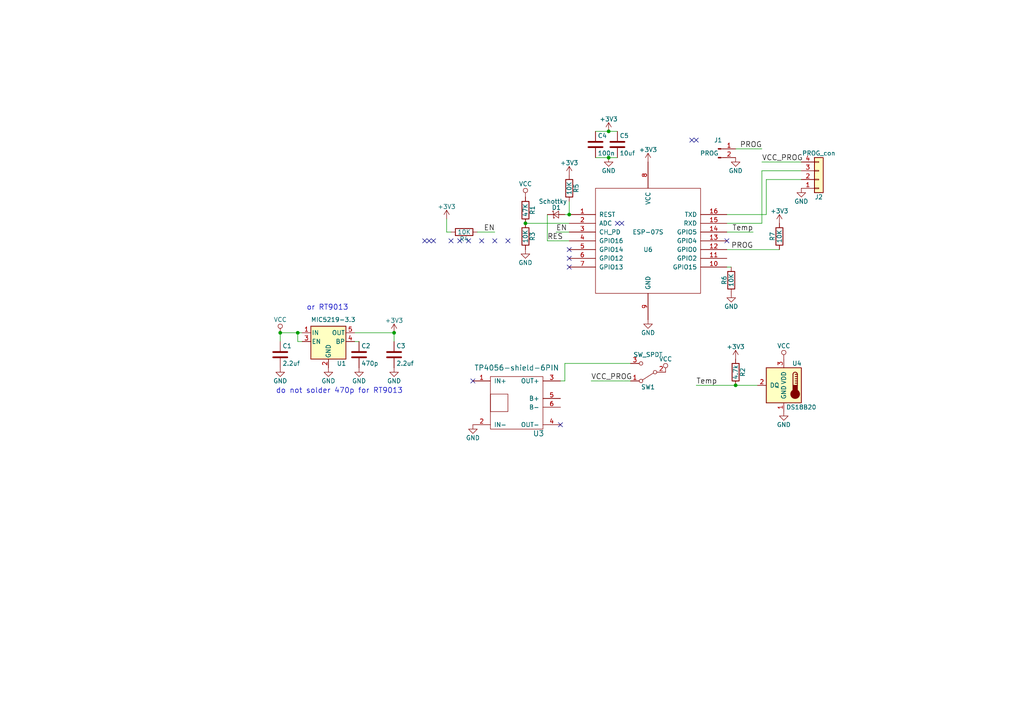
<source format=kicad_sch>
(kicad_sch (version 20230121) (generator eeschema)
  (paper "A4")
  (lib_symbols
    (symbol "TemperatureMonitor-rescue:+3.3V" (power) (pin_names (offset 0))
      (property "Value" "+3.3V" (at 0 3.556 0))
      (symbol "+3.3V_0_1"
        (polyline (pts (xy -0.762 1.27) (xy 0 2.54)))
        (polyline (pts (xy 0 0) (xy 0 2.54)))
        (polyline (pts (xy 0 2.54) (xy 0.762 1.27)))
      )
      (symbol "+3.3V_1_1"
        (pin power_in line (at 0 0 90) (length 0) hide (name "+3V3") (number "1"))
      )
    )
    (symbol "TemperatureMonitor-rescue:C" (pin_numbers hide) (pin_names (offset 0.254))
      (property "Reference" "C" (at 0.635 2.54 0))
      (property "Value" "C" (at 0.635 -2.54 0))
      (symbol "C_0_1"
        (polyline (pts (xy -2.032 -0.762) (xy 2.032 -0.762)) (stroke (width 0.508)))
        (polyline (pts (xy -2.032 0.762) (xy 2.032 0.762)) (stroke (width 0.508)))
      )
      (symbol "C_1_1"
        (pin passive line (at 0 3.81 270) (length 2.794) (name "~") (number "1"))
        (pin passive line (at 0 -3.81 90) (length 2.794) (name "~") (number "2"))
      )
    )
    (symbol "TemperatureMonitor-rescue:Conn_01x02_Male" (pin_names (offset 1.016) hide)
      (property "Reference" "J" (at 0 2.54 0))
      (property "Value" "Conn_01x02_Male" (at 0 -5.08 0))
      (symbol "Conn_01x02_Male_1_1"
        (polyline (pts (xy 1.27 -2.54) (xy 0.8636 -2.54)) (stroke (width 0.1524)))
        (polyline (pts (xy 1.27 0) (xy 0.8636 0)) (stroke (width 0.1524)))
        (rectangle (start 0.8636 -2.413) (end 0 -2.667) (stroke (width 0.1524)) (fill (type outline)))
        (rectangle (start 0.8636 0.127) (end 0 -0.127) (stroke (width 0.1524)) (fill (type outline)))
        (pin passive line (at 5.08 0 180) (length 3.81) (name "Pin_1") (number "1"))
        (pin passive line (at 5.08 -2.54 180) (length 3.81) (name "Pin_2") (number "2"))
      )
    )
    (symbol "TemperatureMonitor-rescue:Conn_01x04" (pin_names (offset 1.016) hide)
      (property "Reference" "J" (at 0 5.08 0))
      (property "Value" "Conn_01x04" (at 0 -7.62 0))
      (symbol "Conn_01x04_1_1"
        (rectangle (start -1.27 -4.953) (end 0 -5.207) (stroke (width 0.1524)))
        (rectangle (start -1.27 -2.413) (end 0 -2.667) (stroke (width 0.1524)))
        (rectangle (start -1.27 0.127) (end 0 -0.127) (stroke (width 0.1524)))
        (rectangle (start -1.27 2.667) (end 0 2.413) (stroke (width 0.1524)))
        (rectangle (start -1.27 3.81) (end 1.27 -6.35) (stroke (width 0.254)) (fill (type background)))
        (pin passive line (at -5.08 2.54 0) (length 3.81) (name "Pin_1") (number "1"))
        (pin passive line (at -5.08 0 0) (length 3.81) (name "Pin_2") (number "2"))
        (pin passive line (at -5.08 -2.54 0) (length 3.81) (name "Pin_3") (number "3"))
        (pin passive line (at -5.08 -5.08 0) (length 3.81) (name "Pin_4") (number "4"))
      )
    )
    (symbol "TemperatureMonitor-rescue:DS18B20" (pin_names (offset 1.016))
      (property "Reference" "U" (at -3.81 6.35 0))
      (property "Value" "DS18B20" (at 6.35 6.35 0))
      (symbol "DS18B20_0_1"
        (rectangle (start -5.08 5.08) (end 5.08 -5.08) (stroke (width 0.254)) (fill (type background)))
        (circle (center -3.302 -2.54) (radius 1.27) (stroke (width 0.254)) (fill (type outline)))
        (rectangle (start -2.667 -1.905) (end -3.937 0) (stroke (width 0.254)) (fill (type outline)))
        (arc (start -2.667 3.175) (mid -3.302 3.8073) (end -3.937 3.175) (stroke (width 0.254)))
        (polyline (pts (xy -3.937 0.635) (xy -3.302 0.635)) (stroke (width 0.254)))
        (polyline (pts (xy -3.937 1.27) (xy -3.302 1.27)) (stroke (width 0.254)))
        (polyline (pts (xy -3.937 1.905) (xy -3.302 1.905)) (stroke (width 0.254)))
        (polyline (pts (xy -3.937 2.54) (xy -3.302 2.54)) (stroke (width 0.254)))
        (polyline (pts (xy -3.937 3.175) (xy -3.937 0)) (stroke (width 0.254)))
        (polyline (pts (xy -3.937 3.175) (xy -3.302 3.175)) (stroke (width 0.254)))
        (polyline (pts (xy -2.667 3.175) (xy -2.667 0)) (stroke (width 0.254)))
      )
      (symbol "DS18B20_1_1"
        (pin power_in line (at 0 -7.62 90) (length 2.54) (name "GND") (number "1"))
        (pin bidirectional line (at 7.62 0 180) (length 2.54) (name "DQ") (number "2"))
        (pin power_in line (at 0 7.62 270) (length 2.54) (name "VDD") (number "3"))
      )
    )
    (symbol "TemperatureMonitor-rescue:D_Schottky_Small" (pin_numbers hide) (pin_names (offset 0.254) hide)
      (property "Reference" "D" (at -1.27 2.032 0))
      (property "Value" "D_Schottky_Small" (at -7.112 -2.032 0))
      (symbol "D_Schottky_Small_0_1"
        (polyline (pts (xy -0.762 -1.016) (xy -0.762 1.016)))
        (polyline (pts (xy -0.762 0) (xy 0.762 0)))
        (polyline (pts (xy -0.762 -1.016) (xy -0.508 -1.016) (xy -0.508 -0.762)))
        (polyline (pts (xy -0.762 1.016) (xy -1.016 1.016) (xy -1.016 0.762)))
        (polyline (pts (xy 0.762 -1.016) (xy -0.762 0) (xy 0.762 1.016) (xy 0.762 -1.016)))
      )
      (symbol "D_Schottky_Small_1_1"
        (pin passive line (at -2.54 0 0) (length 1.778) (name "K") (number "1"))
        (pin passive line (at 2.54 0 180) (length 1.778) (name "A") (number "2"))
      )
    )
    (symbol "TemperatureMonitor-rescue:ESP-07S" (pin_names (offset 1.016))
      (property "Reference" "U" (at 0 -2.54 0))
      (property "Value" "ESP-07S" (at 0 2.54 0))
      (symbol "ESP-07S_1_0"
        (rectangle (start -15.24 -15.24) (end 15.24 15.24))
      )
      (symbol "ESP-07S_1_1"
        (pin input line (at -22.86 7.62 0) (length 7.62) (name "REST") (number "1"))
        (pin bidirectional line (at 22.86 -7.62 180) (length 7.62) (name "GPIO15") (number "10"))
        (pin bidirectional line (at 22.86 -5.08 180) (length 7.62) (name "GPIO2") (number "11"))
        (pin bidirectional line (at 22.86 -2.54 180) (length 7.62) (name "GPIO0") (number "12"))
        (pin bidirectional line (at 22.86 0 180) (length 7.62) (name "GPIO4") (number "13"))
        (pin bidirectional line (at 22.86 2.54 180) (length 7.62) (name "GPIO5") (number "14"))
        (pin input line (at 22.86 5.08 180) (length 7.62) (name "RXD") (number "15"))
        (pin output line (at 22.86 7.62 180) (length 7.62) (name "TXD") (number "16"))
        (pin passive line (at -22.86 5.08 0) (length 7.62) (name "ADC") (number "2"))
        (pin input line (at -22.86 2.54 0) (length 7.62) (name "CH_PD") (number "3"))
        (pin bidirectional line (at -22.86 0 0) (length 7.62) (name "GPIO16") (number "4"))
        (pin bidirectional line (at -22.86 -2.54 0) (length 7.62) (name "GPIO14") (number "5"))
        (pin bidirectional line (at -22.86 -5.08 0) (length 7.62) (name "GPIO12") (number "6"))
        (pin bidirectional line (at -22.86 -7.62 0) (length 7.62) (name "GPIO13") (number "7"))
        (pin power_in line (at 0 22.86 270) (length 7.62) (name "VCC") (number "8"))
        (pin power_in line (at 0 -22.86 90) (length 7.62) (name "GND") (number "9"))
      )
    )
    (symbol "TemperatureMonitor-rescue:GND" (power) (pin_names (offset 0))
      (property "Value" "GND" (at 0 -3.81 0))
      (symbol "GND_0_1"
        (polyline (pts (xy 0 0) (xy 0 -1.27) (xy 1.27 -1.27) (xy 0 -2.54) (xy -1.27 -1.27) (xy 0 -1.27)))
      )
      (symbol "GND_1_1"
        (pin power_in line (at 0 0 270) (length 0) hide (name "GND") (number "1"))
      )
    )
    (symbol "TemperatureMonitor-rescue:MIC5219-3.0" (pin_names (offset 0.254))
      (property "Reference" "U" (at -3.81 5.715 0))
      (property "Value" "MIC5219-3.0" (at 0 5.715 0))
      (symbol "MIC5219-3.0_0_1"
        (rectangle (start -5.08 4.445) (end 5.08 -5.08) (stroke (width 0.254)) (fill (type background)))
      )
      (symbol "MIC5219-3.0_1_1"
        (pin power_in line (at -7.62 2.54 0) (length 2.54) (name "IN") (number "1"))
        (pin power_in line (at 0 -7.62 90) (length 2.54) (name "GND") (number "2"))
        (pin input line (at -7.62 0 0) (length 2.54) (name "EN") (number "3"))
        (pin input line (at 7.62 0 180) (length 2.54) (name "BP") (number "4"))
        (pin power_out line (at 7.62 2.54 180) (length 2.54) (name "OUT") (number "5"))
      )
    )
    (symbol "TemperatureMonitor-rescue:R" (pin_numbers hide) (pin_names (offset 0))
      (property "Reference" "R" (at 2.032 0 90))
      (property "Value" "R" (at 0 0 90))
      (symbol "R_0_1"
        (rectangle (start -1.016 -2.54) (end 1.016 2.54) (stroke (width 0.254)))
      )
      (symbol "R_1_1"
        (pin passive line (at 0 3.81 270) (length 1.27) (name "~") (number "1"))
        (pin passive line (at 0 -3.81 90) (length 1.27) (name "~") (number "2"))
      )
    )
    (symbol "TemperatureMonitor-rescue:SW_SPDT" (pin_names (offset 0) hide)
      (property "Reference" "SW" (at 0 4.318 0))
      (property "Value" "SW_SPDT" (at 0 -5.08 0))
      (symbol "SW_SPDT_0_0"
        (circle (center -2.032 0) (radius 0.508))
        (circle (center 2.032 -2.54) (radius 0.508))
      )
      (symbol "SW_SPDT_0_1"
        (polyline (pts (xy -1.524 0.254) (xy 1.651 2.286)))
        (circle (center 2.032 2.54) (radius 0.508))
      )
      (symbol "SW_SPDT_1_1"
        (pin passive line (at 5.08 2.54 180) (length 2.54) (name "A") (number "1"))
        (pin passive line (at -5.08 0 0) (length 2.54) (name "B") (number "2"))
        (pin passive line (at 5.08 -2.54 180) (length 2.54) (name "C") (number "3"))
      )
    )
    (symbol "TemperatureMonitor-rescue:TP4056-shield-6PIN" (pin_names (offset 1.016))
      (property "Reference" "U" (at 7.62 -8.89 0))
      (property "Value" "TP4056-shield-6PIN" (at 1.27 10.16 0))
      (symbol "TP4056-shield-6PIN_0_1"
        (rectangle (start -6.35 2.54) (end -1.27 -2.54))
        (rectangle (start 8.89 7.62) (end -6.35 -7.62))
      )
      (symbol "TP4056-shield-6PIN_1_1"
        (pin power_out line (at -11.43 6.35 0) (length 5.08) (name "IN+") (number "1"))
        (pin power_out line (at -11.43 -6.35 0) (length 5.08) (name "IN-") (number "2"))
        (pin power_out line (at 13.97 6.35 180) (length 5.08) (name "OUT+") (number "3"))
        (pin power_out line (at 13.97 -6.35 180) (length 5.08) (name "OUT-") (number "4"))
        (pin power_out line (at 13.97 1.27 180) (length 5.08) (name "B+") (number "5"))
        (pin power_out line (at 13.97 -1.27 180) (length 5.08) (name "B-") (number "6"))
      )
    )
    (symbol "TemperatureMonitor-rescue:VCC" (power) (pin_names (offset 0))
      (property "Value" "VCC" (at 0 3.81 0))
      (symbol "VCC_0_1"
        (polyline (pts (xy 0 0) (xy 0 1.27)))
        (circle (center 0 1.905) (radius 0.635))
      )
      (symbol "VCC_1_1"
        (pin power_in line (at 0 0 90) (length 0) hide (name "VCC") (number "1"))
      )
    )
  )
  (junction (at 176.53 45.72))
  (junction (at 86.36 96.52))
  (junction (at 152.4 64.77))
  (junction (at 81.28 96.52))
  (junction (at 213.36 111.76))
  (junction (at 176.53 38.1))
  (junction (at 114.3 96.52))
  (junction (at 165.1 62.23))
  (no_connect (at 137.16 110.49))
  (no_connect (at 162.56 123.19))
  (no_connect (at 139.7 69.85))
  (no_connect (at 125.73 69.85))
  (no_connect (at 147.32 69.85))
  (no_connect (at 133.35 69.85))
  (no_connect (at 165.1 74.93))
  (no_connect (at 179.07 64.77))
  (no_connect (at 180.34 64.77))
  (no_connect (at 201.93 40.64))
  (no_connect (at 165.1 72.39))
  (no_connect (at 130.81 69.85))
  (no_connect (at 135.89 69.85))
  (no_connect (at 165.1 77.47))
  (no_connect (at 143.51 69.85))
  (no_connect (at 124.46 69.85))
  (no_connect (at 210.82 69.85))
  (no_connect (at 123.19 69.85))
  (no_connect (at 200.66 40.64))
  (wire (pts (xy 176.53 45.72) (xy 179.07 45.72)))
  (wire (pts (xy 102.87 99.06) (xy 104.14 99.06)))
  (wire (pts (xy 130.81 67.31) (xy 129.54 67.31)))
  (wire (pts (xy 158.75 69.85) (xy 158.75 62.23)))
  (wire (pts (xy 232.41 46.99) (xy 220.98 46.99)))
  (wire (pts (xy 176.53 38.1) (xy 179.07 38.1)))
  (wire (pts (xy 213.36 43.18) (xy 220.98 43.18)))
  (wire (pts (xy 152.4 64.77) (xy 165.1 64.77)))
  (wire (pts (xy 86.36 99.06) (xy 86.36 96.52)))
  (wire (pts (xy 165.1 69.85) (xy 158.75 69.85)))
  (wire (pts (xy 87.63 99.06) (xy 86.36 99.06)))
  (wire (pts (xy 210.82 64.77) (xy 220.98 64.77)))
  (wire (pts (xy 210.82 67.31) (xy 218.44 67.31)))
  (wire (pts (xy 129.54 67.31) (xy 129.54 63.5)))
  (wire (pts (xy 165.1 67.31) (xy 161.29 67.31)))
  (wire (pts (xy 213.36 111.76) (xy 219.71 111.76)))
  (wire (pts (xy 222.25 62.23) (xy 222.25 52.07)))
  (wire (pts (xy 138.43 67.31) (xy 143.51 67.31)))
  (wire (pts (xy 163.83 105.41) (xy 182.88 105.41)))
  (wire (pts (xy 222.25 52.07) (xy 232.41 52.07)))
  (wire (pts (xy 172.72 38.1) (xy 176.53 38.1)))
  (wire (pts (xy 165.1 62.23) (xy 165.1 58.42)))
  (wire (pts (xy 114.3 99.06) (xy 114.3 96.52)))
  (wire (pts (xy 172.72 45.72) (xy 176.53 45.72)))
  (wire (pts (xy 163.83 110.49) (xy 163.83 105.41)))
  (wire (pts (xy 210.82 77.47) (xy 212.09 77.47)))
  (wire (pts (xy 220.98 49.53) (xy 232.41 49.53)))
  (wire (pts (xy 163.83 110.49) (xy 162.56 110.49)))
  (wire (pts (xy 81.28 96.52) (xy 81.28 99.06)))
  (wire (pts (xy 182.88 110.49) (xy 171.45 110.49)))
  (wire (pts (xy 210.82 72.39) (xy 226.06 72.39)))
  (wire (pts (xy 114.3 96.52) (xy 102.87 96.52)))
  (wire (pts (xy 86.36 96.52) (xy 87.63 96.52)))
  (wire (pts (xy 81.28 96.52) (xy 86.36 96.52)))
  (wire (pts (xy 201.93 111.76) (xy 213.36 111.76)))
  (wire (pts (xy 220.98 64.77) (xy 220.98 49.53)))
  (wire (pts (xy 210.82 62.23) (xy 222.25 62.23)))
  (wire (pts (xy 163.83 62.23) (xy 165.1 62.23)))
  (text "or RT9013" (at 88.9 90.17 0) (effects (font (size 1.524 1.524)) (justify left bottom)))
  (text "do not solder 470p for RT9013" (at 80.01 114.3 0) (effects (font (size 1.524 1.524)) (justify left bottom)))
  (label "EN" (at 143.51 67.31 180) (effects (font (size 1.524 1.524))))
  (label "VCC_PROG" (at 220.98 46.99 0) (effects (font (size 1.524 1.524))))
  (label "Temp" (at 218.44 67.31 180) (effects (font (size 1.524 1.524))))
  (label "VCC_PROG" (at 171.45 110.49 0) (effects (font (size 1.524 1.524))))
  (label "RES" (at 158.75 69.85 0) (effects (font (size 1.524 1.524))))
  (label "PROG" (at 218.44 72.39 180) (effects (font (size 1.524 1.524))))
  (label "Temp" (at 201.93 111.76 0) (effects (font (size 1.524 1.524))))
  (label "EN" (at 161.29 67.31 0) (effects (font (size 1.524 1.524))))
  (label "PROG" (at 220.98 43.18 180) (effects (font (size 1.524 1.524))))
  (symbol (lib_id "TemperatureMonitor-rescue:+3.3V") (at 114.3 96.52 0) (unit 1)
    (property "Reference" "#PWR5" (effects hide))
    (property "Value" "+3.3V" (at 114.3 92.964 0))
  )
  (symbol (lib_id "TemperatureMonitor-rescue:GND") (at 95.25 106.68 0) (unit 1)
    (property "Reference" "#PWR3" (effects hide))
    (property "Value" "GND" (at 95.25 110.49 0))
  )
  (symbol (lib_id "TemperatureMonitor-rescue:MIC5219-3.0") (at 95.25 99.06 0) (unit 1)
    (property "Reference" "U1" (at 99.06 105.41 0))
    (property "Value" "MIC5219-3.3" (at 90.17 92.71 0) (effects (justify left)))
    (property "Footprint" "TO_SOT_Packages_SMD:SOT-23-5" (effects hide))
  )
  (symbol (lib_id "TemperatureMonitor-rescue:C") (at 104.14 102.87 0) (unit 1)
    (property "Reference" "C2" (at 104.775 100.33 0) (effects (justify left)))
    (property "Value" "470p" (at 104.775 105.41 0) (effects (justify left)))
    (property "Footprint" "Capacitors_SMD:C_0603" (effects hide))
  )
  (symbol (lib_id "TemperatureMonitor-rescue:GND") (at 104.14 106.68 0) (unit 1)
    (property "Reference" "#PWR4" (effects hide))
    (property "Value" "GND" (at 104.14 110.49 0))
  )
  (symbol (lib_id "TemperatureMonitor-rescue:C") (at 114.3 102.87 0) (unit 1)
    (property "Reference" "C3" (at 114.935 100.33 0) (effects (justify left)))
    (property "Value" "2.2uf" (at 114.935 105.41 0) (effects (justify left)))
    (property "Footprint" "Capacitors_SMD:C_0805" (effects hide))
  )
  (symbol (lib_id "TemperatureMonitor-rescue:GND") (at 114.3 106.68 0) (unit 1)
    (property "Reference" "#PWR6" (effects hide))
    (property "Value" "GND" (at 114.3 110.49 0))
  )
  (symbol (lib_id "TemperatureMonitor-rescue:C") (at 81.28 102.87 0) (unit 1)
    (property "Reference" "C1" (at 81.915 100.33 0) (effects (justify left)))
    (property "Value" "2.2uf" (at 81.915 105.41 0) (effects (justify left)))
    (property "Footprint" "Capacitors_SMD:C_0805" (effects hide))
  )
  (symbol (lib_id "TemperatureMonitor-rescue:GND") (at 81.28 106.68 0) (unit 1)
    (property "Reference" "#PWR2" (effects hide))
    (property "Value" "GND" (at 81.28 110.49 0))
  )
  (symbol (lib_id "TemperatureMonitor-rescue:R") (at 213.36 107.95 0) (unit 1)
    (property "Reference" "R2" (at 215.392 107.95 90))
    (property "Value" "4.7k" (at 213.36 107.95 90))
    (property "Footprint" "Resistors_SMD:R_0603" (effects hide))
  )
  (symbol (lib_id "TemperatureMonitor-rescue:+3.3V") (at 213.36 104.14 0) (unit 1)
    (property "Reference" "#PWR19" (effects hide))
    (property "Value" "+3.3V" (at 213.36 100.584 0))
  )
  (symbol (lib_id "TemperatureMonitor-rescue:R") (at 152.4 60.96 0) (unit 1)
    (property "Reference" "R1" (at 154.432 60.96 90))
    (property "Value" "47K" (at 152.4 60.96 90))
    (property "Footprint" "Resistors_SMD:R_0603" (effects hide))
  )
  (symbol (lib_id "TemperatureMonitor-rescue:DS18B20") (at 227.33 111.76 0) (mirror y) (unit 1)
    (property "Reference" "U4" (at 231.14 105.41 0))
    (property "Value" "DS18B20" (at 232.41 118.11 0))
    (property "Footprint" "TO_SOT_Packages_THT:TO-92_Inline_Narrow_Oval" (effects hide))
  )
  (symbol (lib_id "TemperatureMonitor-rescue:GND") (at 227.33 119.38 0) (unit 1)
    (property "Reference" "#PWR22" (effects hide))
    (property "Value" "GND" (at 227.33 123.19 0))
  )
  (symbol (lib_id "TemperatureMonitor-rescue:TP4056-shield-6PIN") (at 148.59 116.84 0) (unit 1)
    (property "Reference" "U3" (at 156.21 125.73 0) (effects (font (size 1.524 1.524))))
    (property "Value" "TP4056-shield-6PIN" (at 149.86 106.68 0) (effects (font (size 1.524 1.524))))
    (property "Footprint" "KiCadCustomLibs:TP4056-shield-6PIN" (effects hide))
  )
  (symbol (lib_id "TemperatureMonitor-rescue:GND") (at 137.16 123.19 0) (unit 1)
    (property "Reference" "#PWR8" (effects hide))
    (property "Value" "GND" (at 137.16 127 0))
  )
  (symbol (lib_id "TemperatureMonitor-rescue:VCC") (at 193.04 107.95 0) (unit 1)
    (property "Reference" "#PWR16" (effects hide))
    (property "Value" "VCC" (at 193.04 104.14 0))
  )
  (symbol (lib_id "TemperatureMonitor-rescue:VCC") (at 227.33 104.14 0) (unit 1)
    (property "Reference" "#PWR21" (effects hide))
    (property "Value" "VCC" (at 227.33 100.33 0))
  )
  (symbol (lib_id "TemperatureMonitor-rescue:VCC") (at 81.28 96.52 0) (unit 1)
    (property "Reference" "#PWR1" (effects hide))
    (property "Value" "VCC" (at 81.28 92.71 0))
  )
  (symbol (lib_id "TemperatureMonitor-rescue:R") (at 152.4 68.58 0) (unit 1)
    (property "Reference" "R3" (at 154.432 68.58 90))
    (property "Value" "10K" (at 152.4 68.58 90))
    (property "Footprint" "Resistors_SMD:R_0603" (effects hide))
  )
  (symbol (lib_id "TemperatureMonitor-rescue:GND") (at 152.4 72.39 0) (unit 1)
    (property "Reference" "#PWR10" (effects hide))
    (property "Value" "GND" (at 152.4 76.2 0))
  )
  (symbol (lib_id "TemperatureMonitor-rescue:VCC") (at 152.4 57.15 0) (unit 1)
    (property "Reference" "#PWR9" (effects hide))
    (property "Value" "VCC" (at 152.4 53.34 0))
  )
  (symbol (lib_id "TemperatureMonitor-rescue:+3.3V") (at 187.96 46.99 0) (unit 1)
    (property "Reference" "#PWR14" (effects hide))
    (property "Value" "+3.3V" (at 187.96 43.434 0))
  )
  (symbol (lib_id "TemperatureMonitor-rescue:ESP-07S") (at 187.96 69.85 0) (unit 1)
    (property "Reference" "U6" (at 187.96 72.39 0))
    (property "Value" "ESP-07S" (at 187.96 67.31 0))
    (property "Footprint" "KiCadCustomLibs:ESP-07S" (effects hide))
  )
  (symbol (lib_id "TemperatureMonitor-rescue:GND") (at 187.96 92.71 0) (unit 1)
    (property "Reference" "#PWR15" (effects hide))
    (property "Value" "GND" (at 187.96 96.52 0))
  )
  (symbol (lib_id "TemperatureMonitor-rescue:D_Schottky_Small") (at 161.29 62.23 0) (unit 1)
    (property "Reference" "D1" (at 160.02 60.198 0) (effects (justify left)))
    (property "Value" "Schottky" (at 156.21 58.42 0) (effects (justify left)))
    (property "Footprint" "Diodes_SMD:D_SOD-523" (effects hide))
  )
  (symbol (lib_id "TemperatureMonitor-rescue:R") (at 134.62 67.31 270) (unit 1)
    (property "Reference" "R4" (at 134.62 69.342 90))
    (property "Value" "10K" (at 134.62 67.31 90))
    (property "Footprint" "Resistors_SMD:R_0603" (effects hide))
  )
  (symbol (lib_id "TemperatureMonitor-rescue:R") (at 165.1 54.61 0) (unit 1)
    (property "Reference" "R5" (at 167.132 54.61 90))
    (property "Value" "10K" (at 165.1 54.61 90))
    (property "Footprint" "Resistors_SMD:R_0603" (effects hide))
  )
  (symbol (lib_id "TemperatureMonitor-rescue:+3.3V") (at 165.1 50.8 0) (unit 1)
    (property "Reference" "#PWR11" (effects hide))
    (property "Value" "+3.3V" (at 165.1 47.244 0))
  )
  (symbol (lib_id "TemperatureMonitor-rescue:+3.3V") (at 129.54 63.5 0) (unit 1)
    (property "Reference" "#PWR7" (effects hide))
    (property "Value" "+3.3V" (at 129.54 59.944 0))
  )
  (symbol (lib_id "TemperatureMonitor-rescue:R") (at 212.09 81.28 180) (unit 1)
    (property "Reference" "R6" (at 210.058 81.28 90))
    (property "Value" "10K" (at 212.09 81.28 90))
    (property "Footprint" "Resistors_SMD:R_0603" (effects hide))
  )
  (symbol (lib_id "TemperatureMonitor-rescue:GND") (at 212.09 85.09 0) (unit 1)
    (property "Reference" "#PWR17" (effects hide))
    (property "Value" "GND" (at 212.09 88.9 0))
  )
  (symbol (lib_id "TemperatureMonitor-rescue:C") (at 179.07 41.91 0) (unit 1)
    (property "Reference" "C5" (at 179.705 39.37 0) (effects (justify left)))
    (property "Value" "10uf" (at 179.705 44.45 0) (effects (justify left)))
    (property "Footprint" "Capacitors_SMD:C_0805" (effects hide))
  )
  (symbol (lib_id "TemperatureMonitor-rescue:C") (at 172.72 41.91 0) (unit 1)
    (property "Reference" "C4" (at 173.355 39.37 0) (effects (justify left)))
    (property "Value" "100n" (at 173.355 44.45 0) (effects (justify left)))
    (property "Footprint" "Capacitors_SMD:C_0603" (effects hide))
  )
  (symbol (lib_id "TemperatureMonitor-rescue:+3.3V") (at 176.53 38.1 0) (unit 1)
    (property "Reference" "#PWR12" (effects hide))
    (property "Value" "+3.3V" (at 176.53 34.544 0))
  )
  (symbol (lib_id "TemperatureMonitor-rescue:GND") (at 176.53 45.72 0) (unit 1)
    (property "Reference" "#PWR13" (effects hide))
    (property "Value" "GND" (at 176.53 49.53 0))
  )
  (symbol (lib_id "TemperatureMonitor-rescue:Conn_01x02_Male") (at 208.28 43.18 0) (unit 1)
    (property "Reference" "J1" (at 208.28 40.64 0))
    (property "Value" "PROG" (at 205.74 44.45 0))
    (property "Footprint" "Pin_Headers:Pin_Header_Straight_1x02_Pitch2.54mm" (effects hide))
  )
  (symbol (lib_id "TemperatureMonitor-rescue:GND") (at 213.36 45.72 0) (unit 1)
    (property "Reference" "#PWR18" (effects hide))
    (property "Value" "GND" (at 213.36 49.53 0))
  )
  (symbol (lib_id "TemperatureMonitor-rescue:Conn_01x04") (at 237.49 52.07 0) (mirror x) (unit 1)
    (property "Reference" "J2" (at 237.49 57.15 0))
    (property "Value" "PROG_con" (at 237.49 44.45 0))
    (property "Footprint" "Pin_Headers:Pin_Header_Straight_1x04_Pitch2.54mm" (effects hide))
  )
  (symbol (lib_id "TemperatureMonitor-rescue:GND") (at 232.41 54.61 0) (unit 1)
    (property "Reference" "#PWR23" (effects hide))
    (property "Value" "GND" (at 232.41 58.42 0))
  )
  (symbol (lib_id "TemperatureMonitor-rescue:SW_SPDT") (at 187.96 107.95 180) (unit 1)
    (property "Reference" "SW1" (at 187.96 112.268 0))
    (property "Value" "SW_SPDT" (at 187.96 102.87 0))
    (property "Footprint" "KiCadCustomLibs:SK12D07VG3" (effects hide))
  )
  (symbol (lib_id "TemperatureMonitor-rescue:R") (at 226.06 68.58 180) (unit 1)
    (property "Reference" "R7" (at 224.028 68.58 90))
    (property "Value" "10K" (at 226.06 68.58 90))
    (property "Footprint" "Resistors_SMD:R_0603" (effects hide))
  )
  (symbol (lib_id "TemperatureMonitor-rescue:+3.3V") (at 226.06 64.77 0) (unit 1)
    (property "Reference" "#PWR20" (effects hide))
    (property "Value" "+3.3V" (at 226.06 61.214 0))
  )
)
</source>
